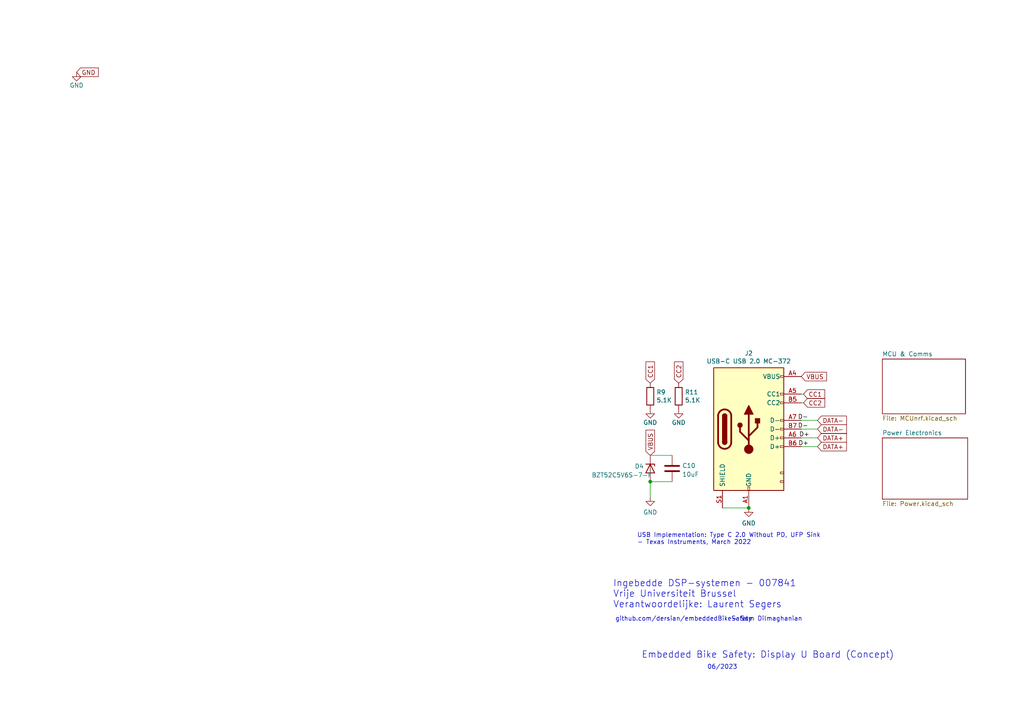
<source format=kicad_sch>
(kicad_sch (version 20230121) (generator eeschema)
  (paper "A4")
  (lib_symbols
    (symbol "Device:C" (pin_numbers hide) (pin_names (offset 0.254))
      (property "Reference" "C" (at 0.635 2.54 0))
      (property "Value" "C" (at 0.635 -2.54 0))
      (symbol "C_0_1"
        (polyline (pts (xy -2.032 -0.762) (xy 2.032 -0.762)) (stroke (width 0.508)))
        (polyline (pts (xy -2.032 0.762) (xy 2.032 0.762)) (stroke (width 0.508)))
      )
      (symbol "C_1_1"
        (pin passive line (at 0 3.81 270) (length 2.794) (name "~") (number "1"))
        (pin passive line (at 0 -3.81 90) (length 2.794) (name "~") (number "2"))
      )
    )
    (symbol "Device:D_Zener" (pin_numbers hide) (pin_names (offset 1.016) hide)
      (property "Reference" "D" (at 0 2.54 0))
      (property "Value" "D_Zener" (at 0 -2.54 0))
      (symbol "D_Zener_0_1"
        (polyline (pts (xy 1.27 0) (xy -1.27 0)))
        (polyline (pts (xy -1.27 -1.27) (xy -1.27 1.27) (xy -0.762 1.27)) (stroke (width 0.254)))
        (polyline (pts (xy 1.27 -1.27) (xy 1.27 1.27) (xy -1.27 0) (xy 1.27 -1.27)) (stroke (width 0.254)))
      )
      (symbol "D_Zener_1_1"
        (pin passive line (at -3.81 0 0) (length 2.54) (name "K") (number "1"))
        (pin passive line (at 3.81 0 180) (length 2.54) (name "A") (number "2"))
      )
    )
    (symbol "Device:R" (pin_numbers hide) (pin_names (offset 0))
      (property "Reference" "R" (at 2.032 0 90))
      (property "Value" "R" (at 0 0 90))
      (symbol "R_0_1"
        (rectangle (start -1.016 -2.54) (end 1.016 2.54) (stroke (width 0.254)))
      )
      (symbol "R_1_1"
        (pin passive line (at 0 3.81 270) (length 1.27) (name "~") (number "1"))
        (pin passive line (at 0 -3.81 90) (length 1.27) (name "~") (number "2"))
      )
    )
    (symbol "nrfmicro-rescue:GND" (power) (pin_names (offset 0))
      (property "Value" "GND" (at 0 -3.81 0))
      (symbol "GND_0_1"
        (polyline (pts (xy 0 0) (xy 0 -1.27) (xy 1.27 -1.27) (xy 0 -2.54) (xy -1.27 -1.27) (xy 0 -1.27)))
      )
      (symbol "GND_1_1"
        (pin power_in line (at 0 0 270) (length 0) hide (name "GND") (number "1"))
      )
    )
    (symbol "nrfmicro:USB_C_Receptacle_USB2.0" (pin_names (offset 1.016))
      (property "Reference" "J" (at -10.16 19.05 0))
      (property "Value" "USB_C_Receptacle_USB2.0" (at 19.05 19.05 0))
      (symbol "USB_C_Receptacle_USB2.0_0_0"
        (rectangle (start -0.254 -17.78) (end 0.254 -16.764))
        (rectangle (start 10.16 -14.986) (end 9.144 -15.494))
        (rectangle (start 10.16 -12.446) (end 9.144 -12.954))
        (rectangle (start 10.16 -4.826) (end 9.144 -5.334))
        (rectangle (start 10.16 -2.286) (end 9.144 -2.794))
        (rectangle (start 10.16 0.254) (end 9.144 -0.254))
        (rectangle (start 10.16 2.794) (end 9.144 2.286))
        (rectangle (start 10.16 7.874) (end 9.144 7.366))
        (rectangle (start 10.16 10.414) (end 9.144 9.906))
        (rectangle (start 10.16 15.494) (end 9.144 14.986))
      )
      (symbol "USB_C_Receptacle_USB2.0_0_1"
        (rectangle (start -10.16 17.78) (end 10.16 -17.78) (stroke (width 0.254)) (fill (type background)))
        (arc (start -8.89 -3.81) (mid -6.985 -5.7067) (end -5.08 -3.81) (stroke (width 0.508)))
        (arc (start -7.62 -3.81) (mid -6.985 -4.4423) (end -6.35 -3.81) (stroke (width 0.254)))
        (arc (start -7.62 -3.81) (mid -6.985 -4.4423) (end -6.35 -3.81) (stroke (width 0.254)) (fill (type outline)))
        (rectangle (start -7.62 -3.81) (end -6.35 3.81) (stroke (width 0.254)) (fill (type outline)))
        (arc (start -6.35 3.81) (mid -6.985 4.4423) (end -7.62 3.81) (stroke (width 0.254)))
        (arc (start -6.35 3.81) (mid -6.985 4.4423) (end -7.62 3.81) (stroke (width 0.254)) (fill (type outline)))
        (arc (start -5.08 3.81) (mid -6.985 5.7067) (end -8.89 3.81) (stroke (width 0.508)))
        (circle (center -2.54 1.143) (radius 0.635) (stroke (width 0.254)) (fill (type outline)))
        (circle (center 0 -5.842) (radius 1.27) (fill (type outline)))
        (polyline (pts (xy -8.89 -3.81) (xy -8.89 3.81)) (stroke (width 0.508)))
        (polyline (pts (xy -5.08 3.81) (xy -5.08 -3.81)) (stroke (width 0.508)))
        (polyline (pts (xy 0 -5.842) (xy 0 4.318)) (stroke (width 0.508)))
        (polyline (pts (xy 0 -3.302) (xy -2.54 -0.762) (xy -2.54 0.508)) (stroke (width 0.508)))
        (polyline (pts (xy 0 -2.032) (xy 2.54 0.508) (xy 2.54 1.778)) (stroke (width 0.508)))
        (polyline (pts (xy -1.27 4.318) (xy 0 6.858) (xy 1.27 4.318) (xy -1.27 4.318)) (stroke (width 0.254)) (fill (type outline)))
        (rectangle (start 1.905 1.778) (end 3.175 3.048) (stroke (width 0.254)) (fill (type outline)))
      )
      (symbol "USB_C_Receptacle_USB2.0_1_1"
        (pin power_in line (at 0 -22.86 90) (length 5.08) (name "GND") (number "A1"))
        (pin power_in line (at 15.24 15.24 180) (length 5.08) (name "VBUS") (number "A4"))
        (pin bidirectional line (at 15.24 10.16 180) (length 5.08) (name "CC1") (number "A5"))
        (pin bidirectional line (at 15.24 -2.54 180) (length 5.08) (name "D+") (number "A6"))
        (pin bidirectional line (at 15.24 2.54 180) (length 5.08) (name "D-") (number "A7"))
        (pin bidirectional line (at 15.24 7.62 180) (length 5.08) (name "CC2") (number "B5"))
        (pin bidirectional line (at 15.24 -5.08 180) (length 5.08) (name "D+") (number "B6"))
        (pin bidirectional line (at 15.24 0 180) (length 5.08) (name "D-") (number "B7"))
        (pin passive line (at -7.62 -22.86 90) (length 5.08) (name "SHIELD") (number "S1"))
      )
    )
    (symbol "power:GND" (power) (pin_names (offset 0))
      (property "Value" "GND" (at 0 -3.81 0))
      (symbol "GND_0_1"
        (polyline (pts (xy 0 0) (xy 0 -1.27) (xy 1.27 -1.27) (xy 0 -2.54) (xy -1.27 -1.27) (xy 0 -1.27)))
      )
      (symbol "GND_1_1"
        (pin power_in line (at 0 0 270) (length 0) hide (name "GND") (number "1"))
      )
    )
  )
  (junction (at 217.17 147.32))
  (junction (at 188.595 139.7))
  (wire (pts (xy 233.045 116.84) (xy 232.41 116.84)))
  (wire (pts (xy 237.109 121.92) (xy 232.41 121.92)))
  (wire (pts (xy 188.595 132.08) (xy 194.945 132.08)))
  (wire (pts (xy 237.109 129.54) (xy 232.41 129.54)))
  (wire (pts (xy 232.41 124.46) (xy 237.109 124.46)))
  (wire (pts (xy 188.595 139.7) (xy 194.945 139.7)))
  (wire (pts (xy 188.595 144.145) (xy 188.595 139.7)))
  (wire (pts (xy 233.045 114.3) (xy 232.41 114.3)))
  (wire (pts (xy 237.109 127) (xy 232.41 127)))
  (wire (pts (xy 209.55 147.32) (xy 217.17 147.32)))
  (text "github.com/dersian/embeddedBikeSafety" (at 178.435 180.34 0) (effects (font (size 1.27 1.27)) (justify left bottom)))
  (text "06/2023" (at 205.105 194.31 0) (effects (font (size 1.27 1.27)) (justify left bottom)))
  (text "Embedded Bike Safety: Display U Board (Concept)\n" (at 186.055 191.135 0) (effects (font (size 1.9 1.9)) (justify left bottom)))
  (text "Ingebedde DSP-systemen - 007841\nVrije Universiteit Brussel\nVerantwoordelijke: Laurent Segers" (at 177.8 176.53 0) (effects (font (size 1.9 1.9)) (justify left bottom)))
  (text "USB Implementation: Type C 2.0 Without PD, UFP Sink \n- Texas Instruments, March 2022\n" (at 184.785 158.115 0) (effects (font (size 1.27 1.27)) (justify left bottom)))
  (text "- Sam Dilmaghanian" (at 212.09 180.34 0) (effects (font (size 1.27 1.27)) (justify left bottom)))
  (label "D+" (at 234.569 129.54 180))
  (label "D-" (at 234.442 121.92 180))
  (label "D-" (at 234.442 124.46 180))
  (label "D+" (at 234.823 127 180))
  (global_label "CC1" (shape input) (at 188.595 111.125 90) (property "Intersheetrefs" "${INTERSHEET_REFS}" (effects hide)))
  (global_label "DATA+" (shape input) (at 237.109 129.54 0) (property "Intersheetrefs" "${INTERSHEET_REFS}" (effects hide)))
  (global_label "DATA-" (shape input) (at 237.109 121.92 0) (property "Intersheetrefs" "${INTERSHEET_REFS}" (effects hide)))
  (global_label "VBUS" (shape input) (at 188.595 132.08 90) (property "Intersheetrefs" "${INTERSHEET_REFS}" (effects hide)))
  (global_label "CC2" (shape input) (at 196.85 111.125 90) (property "Intersheetrefs" "${INTERSHEET_REFS}" (effects hide)))
  (global_label "CC1" (shape input) (at 233.045 114.3 0) (property "Intersheetrefs" "${INTERSHEET_REFS}" (effects hide)))
  (global_label "GND" (shape input) (at 22.225 20.955 0) (property "Intersheetrefs" "${INTERSHEET_REFS}" (effects hide)))
  (global_label "CC2" (shape input) (at 233.045 116.84 0) (property "Intersheetrefs" "${INTERSHEET_REFS}" (effects hide)))
  (global_label "VBUS" (shape input) (at 232.41 109.22 0) (property "Intersheetrefs" "${INTERSHEET_REFS}" (effects hide)))
  (global_label "DATA-" (shape input) (at 237.109 124.46 0) (property "Intersheetrefs" "${INTERSHEET_REFS}" (effects hide)))
  (global_label "DATA+" (shape input) (at 237.109 127 0) (property "Intersheetrefs" "${INTERSHEET_REFS}" (effects hide)))
  (symbol (lib_id "nrfmicro:USB_C_Receptacle_USB2.0") (at 217.17 124.46 0) (unit 1)
    (property "Reference" "J2" (at 217.17 102.4636 0))
    (property "Value" "USB-C USB 2.0 MC-372" (at 217.17 104.775 0))
    (property "Footprint" "VUBRacing_ELO:USB C 2.0 MC 772" (effects hide))
    (property "Datasheet" "https://www.usb.org/sites/default/files/documents/usb_type-c.zip" (effects hide))
  )
  (symbol (lib_id "Device:C") (at 194.945 135.89 0) (unit 1)
    (property "Reference" "C10" (at 197.866 135.0553 0) (effects (justify left)))
    (property "Value" "10uF" (at 197.866 137.5922 0) (effects (justify left)))
    (property "Footprint" "Capacitor_SMD:C_0603_1608Metric_Pad1.08x0.95mm_HandSolder" (effects hide))
  )
  (symbol (lib_id "Device:R") (at 188.595 114.935 0) (unit 1)
    (property "Reference" "R9" (at 190.373 113.7666 0) (effects (justify left)))
    (property "Value" "5.1K" (at 190.373 116.078 0) (effects (justify left)))
    (property "Footprint" "Resistor_SMD:R_0603_1608Metric" (effects hide))
  )
  (symbol (lib_id "power:GND") (at 22.225 20.955 0) (unit 1)
    (property "Reference" "#PWR027" (effects hide))
    (property "Value" "GND" (at 22.225 24.765 0))
  )
  (symbol (lib_id "Device:D_Zener") (at 188.595 135.89 270) (unit 1)
    (property "Reference" "D4" (at 185.42 135.255 90))
    (property "Value" "BZT52C5V6S-7-F" (at 180.34 137.795 90))
    (property "Footprint" "Diode_SMD:D_SOD-323F" (effects hide))
  )
  (symbol (lib_id "power:GND") (at 217.17 147.32 0) (unit 1)
    (property "Reference" "#PWR037" (effects hide))
    (property "Value" "GND" (at 217.17 151.7634 0))
  )
  (symbol (lib_id "Device:R") (at 196.85 114.935 0) (unit 1)
    (property "Reference" "R11" (at 198.628 113.7666 0) (effects (justify left)))
    (property "Value" "5.1K" (at 198.628 116.078 0) (effects (justify left)))
    (property "Footprint" "Resistor_SMD:R_0603_1608Metric" (effects hide))
  )
  (symbol (lib_id "nrfmicro-rescue:GND") (at 196.85 118.745 0) (unit 1)
    (property "Reference" "#PWR02" (effects hide))
    (property "Value" "GND" (at 196.85 122.555 0))
  )
  (symbol (lib_id "power:GND") (at 188.595 144.145 0) (unit 1)
    (property "Reference" "#PWR047" (effects hide))
    (property "Value" "GND" (at 188.595 148.5884 0))
  )
  (symbol (lib_id "nrfmicro-rescue:GND") (at 188.595 118.745 0) (unit 1)
    (property "Reference" "#PWR01" (effects hide))
    (property "Value" "GND" (at 188.595 122.555 0))
  )
  (sheet (at 255.905 104.14) (size 24.13 15.875) (stroke (width 0.1524))
    (property "Sheetname" "MCU & Comms" (at 255.905 103.4284 0) (effects (justify left bottom)))
    (property "Sheetfile" "MCUnrf.kicad_sch" (at 255.905 120.5996 0) (effects (justify left top)))
  )
  (sheet (at 255.905 127) (size 24.765 17.78) (stroke (width 0.1524))
    (property "Sheetname" "Power Electronics" (at 255.905 126.2884 0) (effects (justify left bottom)))
    (property "Sheetfile" "Power.kicad_sch" (at 255.905 145.3646 0) (effects (justify left top)))
  )
)
</source>
